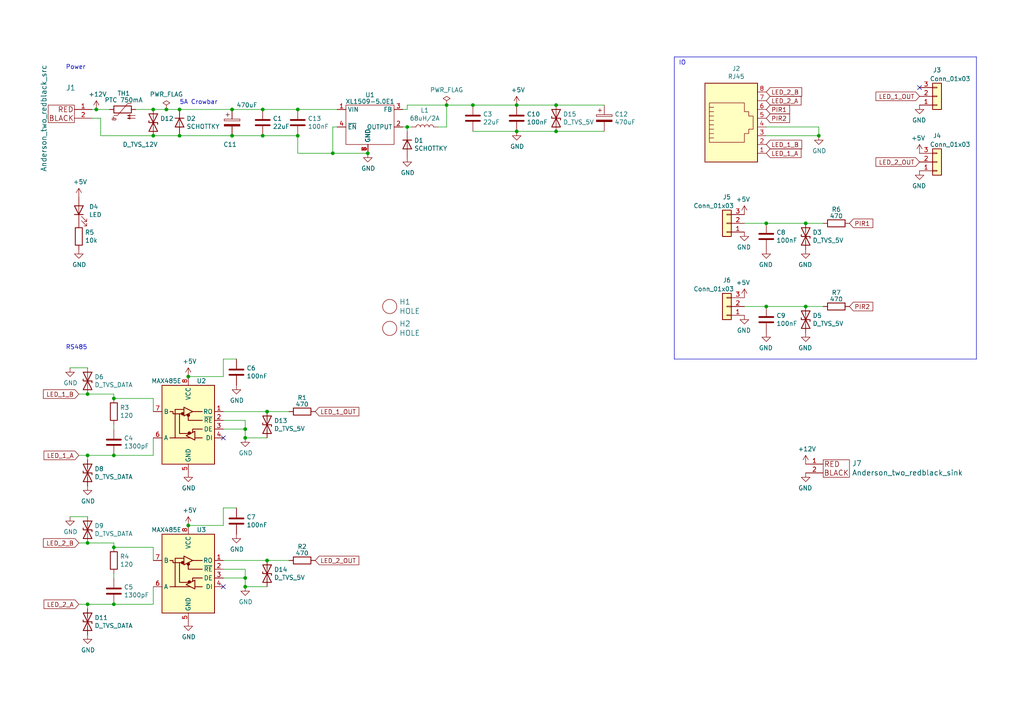
<source format=kicad_sch>
(kicad_sch (version 20230121) (generator eeschema)
  (paper "A4")
  (lib_symbols
    (symbol "Connector:RJ45" (pin_names (offset 1.016))
      (property "Reference" "J" (at -5.08 13.97 0))
      (property "Value" "RJ45" (at 2.54 13.97 0))
      (symbol "RJ45_0_1"
        (polyline (pts (xy -5.08 4.445) (xy -6.35 4.445)))
        (polyline (pts (xy -5.08 5.715) (xy -6.35 5.715)))
        (polyline (pts (xy -6.35 -3.175) (xy -5.08 -3.175) (xy -5.08 -3.175)))
        (polyline (pts (xy -6.35 -1.905) (xy -5.08 -1.905) (xy -5.08 -1.905)))
        (polyline (pts (xy -6.35 -0.635) (xy -5.08 -0.635) (xy -5.08 -0.635)))
        (polyline (pts (xy -6.35 0.635) (xy -5.08 0.635) (xy -5.08 0.635)))
        (polyline (pts (xy -6.35 1.905) (xy -5.08 1.905) (xy -5.08 1.905)))
        (polyline (pts (xy -5.08 3.175) (xy -6.35 3.175) (xy -6.35 3.175)))
        (polyline (pts (xy -6.35 -4.445) (xy -6.35 6.985) (xy 3.81 6.985) (xy 3.81 4.445) (xy 5.08 4.445) (xy 5.08 3.175) (xy 6.35 3.175) (xy 6.35 -0.635) (xy 5.08 -0.635) (xy 5.08 -1.905) (xy 3.81 -1.905) (xy 3.81 -4.445) (xy -6.35 -4.445) (xy -6.35 -4.445)))
        (rectangle (start 7.62 12.7) (end -7.62 -10.16) (stroke (width 0.254)) (fill (type background)))
      )
      (symbol "RJ45_1_1"
        (pin passive line (at 10.16 -7.62 180) (length 2.54) (name "~") (number "1"))
        (pin passive line (at 10.16 -5.08 180) (length 2.54) (name "~") (number "2"))
        (pin passive line (at 10.16 -2.54 180) (length 2.54) (name "~") (number "3"))
        (pin passive line (at 10.16 0 180) (length 2.54) (name "~") (number "4"))
        (pin passive line (at 10.16 2.54 180) (length 2.54) (name "~") (number "5"))
        (pin passive line (at 10.16 5.08 180) (length 2.54) (name "~") (number "6"))
        (pin passive line (at 10.16 7.62 180) (length 2.54) (name "~") (number "7"))
        (pin passive line (at 10.16 10.16 180) (length 2.54) (name "~") (number "8"))
      )
    )
    (symbol "Connector_Generic:Conn_01x03" (pin_names (offset 1.016) hide)
      (property "Reference" "J" (at 0 5.08 0))
      (property "Value" "Conn_01x03" (at 0 -5.08 0))
      (symbol "Conn_01x03_1_1"
        (rectangle (start -1.27 -2.413) (end 0 -2.667) (stroke (width 0.1524)))
        (rectangle (start -1.27 0.127) (end 0 -0.127) (stroke (width 0.1524)))
        (rectangle (start -1.27 2.667) (end 0 2.413) (stroke (width 0.1524)))
        (rectangle (start -1.27 3.81) (end 1.27 -3.81) (stroke (width 0.254)) (fill (type background)))
        (pin passive line (at -5.08 2.54 0) (length 3.81) (name "Pin_1") (number "1"))
        (pin passive line (at -5.08 0 0) (length 3.81) (name "Pin_2") (number "2"))
        (pin passive line (at -5.08 -2.54 0) (length 3.81) (name "Pin_3") (number "3"))
      )
    )
    (symbol "Device:C" (pin_numbers hide) (pin_names (offset 0.254))
      (property "Reference" "C" (at 0.635 2.54 0))
      (property "Value" "C" (at 0.635 -2.54 0))
      (symbol "C_0_1"
        (polyline (pts (xy -2.032 -0.762) (xy 2.032 -0.762)) (stroke (width 0.508)))
        (polyline (pts (xy -2.032 0.762) (xy 2.032 0.762)) (stroke (width 0.508)))
      )
      (symbol "C_1_1"
        (pin passive line (at 0 3.81 270) (length 2.794) (name "~") (number "1"))
        (pin passive line (at 0 -3.81 90) (length 2.794) (name "~") (number "2"))
      )
    )
    (symbol "Device:C_Polarized" (pin_numbers hide) (pin_names (offset 0.254))
      (property "Reference" "C" (at 0.635 2.54 0))
      (property "Value" "C_Polarized" (at 0.635 -2.54 0))
      (symbol "C_Polarized_0_1"
        (rectangle (start -2.286 0.508) (end 2.286 1.016))
        (polyline (pts (xy -1.778 2.286) (xy -0.762 2.286)))
        (polyline (pts (xy -1.27 2.794) (xy -1.27 1.778)))
        (rectangle (start 2.286 -0.508) (end -2.286 -1.016) (fill (type outline)))
      )
      (symbol "C_Polarized_1_1"
        (pin passive line (at 0 3.81 270) (length 2.794) (name "~") (number "1"))
        (pin passive line (at 0 -3.81 90) (length 2.794) (name "~") (number "2"))
      )
    )
    (symbol "Device:D" (pin_numbers hide) (pin_names (offset 1.016) hide)
      (property "Reference" "D" (at 0 2.54 0))
      (property "Value" "D" (at 0 -2.54 0))
      (symbol "D_0_1"
        (polyline (pts (xy -1.27 1.27) (xy -1.27 -1.27)) (stroke (width 0.254)))
        (polyline (pts (xy 1.27 0) (xy -1.27 0)))
        (polyline (pts (xy 1.27 1.27) (xy 1.27 -1.27) (xy -1.27 0) (xy 1.27 1.27)) (stroke (width 0.254)))
      )
      (symbol "D_1_1"
        (pin passive line (at -3.81 0 0) (length 2.54) (name "K") (number "1"))
        (pin passive line (at 3.81 0 180) (length 2.54) (name "A") (number "2"))
      )
    )
    (symbol "Device:D_TVS" (pin_numbers hide) (pin_names (offset 1.016) hide)
      (property "Reference" "D" (at 0 2.54 0))
      (property "Value" "D_TVS" (at 0 -2.54 0))
      (symbol "D_TVS_0_1"
        (polyline (pts (xy 1.27 0) (xy -1.27 0)))
        (polyline (pts (xy 0.508 1.27) (xy 0 1.27) (xy 0 -1.27) (xy -0.508 -1.27)) (stroke (width 0.254)))
        (polyline (pts (xy -2.54 1.27) (xy -2.54 -1.27) (xy 2.54 1.27) (xy 2.54 -1.27) (xy -2.54 1.27)) (stroke (width 0.254)))
      )
      (symbol "D_TVS_1_1"
        (pin passive line (at -3.81 0 0) (length 2.54) (name "A1") (number "1"))
        (pin passive line (at 3.81 0 180) (length 2.54) (name "A2") (number "2"))
      )
    )
    (symbol "Device:L" (pin_numbers hide) (pin_names (offset 1.016) hide)
      (property "Reference" "L" (at -1.27 0 90))
      (property "Value" "L" (at 1.905 0 90))
      (symbol "L_0_1"
        (arc (start 0 -2.54) (mid 0.6323 -1.905) (end 0 -1.27))
        (arc (start 0 -1.27) (mid 0.6323 -0.635) (end 0 0))
        (arc (start 0 0) (mid 0.6323 0.635) (end 0 1.27))
        (arc (start 0 1.27) (mid 0.6323 1.905) (end 0 2.54))
      )
      (symbol "L_1_1"
        (pin passive line (at 0 3.81 270) (length 1.27) (name "1") (number "1"))
        (pin passive line (at 0 -3.81 90) (length 1.27) (name "2") (number "2"))
      )
    )
    (symbol "Device:LED" (pin_numbers hide) (pin_names (offset 1.016) hide)
      (property "Reference" "D" (at 0 2.54 0))
      (property "Value" "LED" (at 0 -2.54 0))
      (symbol "LED_0_1"
        (polyline (pts (xy -1.27 -1.27) (xy -1.27 1.27)) (stroke (width 0.254)))
        (polyline (pts (xy -1.27 0) (xy 1.27 0)))
        (polyline (pts (xy 1.27 -1.27) (xy 1.27 1.27) (xy -1.27 0) (xy 1.27 -1.27)) (stroke (width 0.254)))
        (polyline (pts (xy -3.048 -0.762) (xy -4.572 -2.286) (xy -3.81 -2.286) (xy -4.572 -2.286) (xy -4.572 -1.524)))
        (polyline (pts (xy -1.778 -0.762) (xy -3.302 -2.286) (xy -2.54 -2.286) (xy -3.302 -2.286) (xy -3.302 -1.524)))
      )
      (symbol "LED_1_1"
        (pin passive line (at -3.81 0 0) (length 2.54) (name "K") (number "1"))
        (pin passive line (at 3.81 0 180) (length 2.54) (name "A") (number "2"))
      )
    )
    (symbol "Device:R" (pin_numbers hide) (pin_names (offset 0))
      (property "Reference" "R" (at 2.032 0 90))
      (property "Value" "R" (at 0 0 90))
      (symbol "R_0_1"
        (rectangle (start -1.016 -2.54) (end 1.016 2.54) (stroke (width 0.254)))
      )
      (symbol "R_1_1"
        (pin passive line (at 0 3.81 270) (length 1.27) (name "~") (number "1"))
        (pin passive line (at 0 -3.81 90) (length 1.27) (name "~") (number "2"))
      )
    )
    (symbol "Device:Thermistor_PTC" (pin_numbers hide) (pin_names (offset 0))
      (property "Reference" "TH" (at -4.064 0 90))
      (property "Value" "Thermistor_PTC" (at 3.048 0 90))
      (symbol "Thermistor_PTC_0_1"
        (arc (start -3.048 2.159) (mid -3.0495 2.3143) (end -3.175 2.413))
        (arc (start -3.048 2.159) (mid -2.9736 1.9794) (end -2.794 1.905))
        (arc (start -3.048 2.794) (mid -2.9736 2.6144) (end -2.794 2.54))
        (arc (start -2.794 1.905) (mid -2.6144 1.9794) (end -2.54 2.159))
        (arc (start -2.794 2.54) (mid -2.4393 2.5587) (end -2.159 2.794))
        (arc (start -2.794 3.048) (mid -2.9736 2.9736) (end -3.048 2.794))
        (arc (start -2.54 2.794) (mid -2.6144 2.9736) (end -2.794 3.048))
        (rectangle (start -1.016 2.54) (end 1.016 -2.54) (stroke (width 0.254)))
        (polyline (pts (xy -2.54 2.159) (xy -2.54 2.794)))
        (polyline (pts (xy -1.778 2.54) (xy -1.778 1.524) (xy 1.778 -1.524) (xy 1.778 -2.54)))
        (polyline (pts (xy -2.54 -3.683) (xy -2.54 -1.397) (xy -2.794 -2.159) (xy -2.286 -2.159) (xy -2.54 -1.397) (xy -2.54 -1.651)) (fill (type outline)))
        (polyline (pts (xy -1.778 -3.683) (xy -1.778 -1.397) (xy -2.032 -2.159) (xy -1.524 -2.159) (xy -1.778 -1.397) (xy -1.778 -1.651)) (fill (type outline)))
      )
      (symbol "Thermistor_PTC_1_1"
        (pin passive line (at 0 3.81 270) (length 1.27) (name "~") (number "1"))
        (pin passive line (at 0 -3.81 90) (length 1.27) (name "~") (number "2"))
      )
    )
    (symbol "Homebrew:Anderson_two_redblack_sink" (pin_names (offset 1.016))
      (property "Reference" "J" (at 0 -3.81 0))
      (property "Value" "Anderson_two_redblack_sink" (at 0 3.81 0))
      (symbol "Anderson_two_redblack_sink_0_0"
        (text "BLACK" (at 0 -1.27 0) (effects (font (size 1.524 1.524))))
        (text "RED" (at -1.27 1.27 0) (effects (font (size 1.524 1.524))))
      )
      (symbol "Anderson_two_redblack_sink_0_1"
        (rectangle (start -3.81 2.54) (end 3.81 -2.54))
      )
      (symbol "Anderson_two_redblack_sink_1_1"
        (pin power_in line (at -8.89 1.27 0) (length 5.08) (name "~") (number "1"))
        (pin power_in line (at -8.89 -1.27 0) (length 5.08) (name "~") (number "2"))
      )
    )
    (symbol "Homebrew:Anderson_two_redblack_src" (pin_names (offset 1.016))
      (property "Reference" "J" (at 0 -3.81 0))
      (property "Value" "Anderson_two_redblack_src" (at 0 3.81 0))
      (symbol "Anderson_two_redblack_src_0_0"
        (text "BLACK" (at 0 -1.27 0) (effects (font (size 1.524 1.524))))
        (text "RED" (at -1.27 1.27 0) (effects (font (size 1.524 1.524))))
      )
      (symbol "Anderson_two_redblack_src_0_1"
        (rectangle (start -3.81 2.54) (end 3.81 -2.54))
      )
      (symbol "Anderson_two_redblack_src_1_1"
        (pin power_out line (at -8.89 1.27 0) (length 5.08) (name "~") (number "1"))
        (pin power_out line (at -8.89 -1.27 0) (length 5.08) (name "~") (number "2"))
      )
    )
    (symbol "Homebrew:HOLE" (pin_names (offset 1.016))
      (property "Reference" "H" (at 0 -3.302 0))
      (property "Value" "HOLE" (at 0 3.048 0))
      (symbol "HOLE_0_1"
        (circle (center 0 0) (radius 2.0574))
      )
    )
    (symbol "Homebrew:XL1509-5.0E1"
      (property "Reference" "U" (at 5.08 -8.89 0))
      (property "Value" "XL1509-5.0E1" (at 0 5.08 0))
      (symbol "XL1509-5.0E1_0_1"
        (rectangle (start -5.08 3.81) (end 8.89 -7.62) (stroke (width 0.1524)))
      )
      (symbol "XL1509-5.0E1_1_1"
        (pin power_in line (at -7.62 2.54 0) (length 2.54) (name "VIN") (number "1"))
        (pin input line (at 11.43 -2.54 180) (length 2.54) (name "OUTPUT") (number "2"))
        (pin input line (at 11.43 2.54 180) (length 2.54) (name "FB") (number "3"))
        (pin input line (at -7.62 -2.54 0) (length 2.54) (name "~{EN}") (number "4"))
        (pin power_in line (at 1.27 -10.16 90) (length 2.54) (name "GND") (number "5"))
        (pin power_in line (at 1.27 -10.16 90) (length 2.54) (name "GND") (number "6"))
        (pin power_in line (at 1.27 -10.16 90) (length 2.54) (name "GND") (number "7"))
        (pin power_in line (at 1.27 -10.16 90) (length 2.54) (name "GND") (number "8"))
      )
    )
    (symbol "Interface_UART:MAX485E"
      (property "Reference" "U" (at -6.096 11.43 0))
      (property "Value" "MAX485E" (at 0.762 11.43 0))
      (symbol "MAX485E_0_1"
        (rectangle (start -7.62 10.16) (end 7.62 -12.7) (stroke (width 0.254)) (fill (type background)))
        (circle (center -0.3048 -3.683) (radius 0.3556) (stroke (width 0.254)) (fill (type outline)))
        (circle (center -0.0254 1.4986) (radius 0.3556) (stroke (width 0.254)) (fill (type outline)))
        (polyline (pts (xy -4.064 -5.08) (xy -1.905 -5.08)) (stroke (width 0.254)))
        (polyline (pts (xy -4.064 2.54) (xy -1.27 2.54)) (stroke (width 0.254)))
        (polyline (pts (xy -1.27 -3.2004) (xy -1.27 -3.4544)) (stroke (width 0.254)))
        (polyline (pts (xy -0.635 -5.08) (xy 5.334 -5.08)) (stroke (width 0.254)))
        (polyline (pts (xy -4.064 -2.54) (xy -1.27 -2.54) (xy -1.27 -3.175)) (stroke (width 0.254)))
        (polyline (pts (xy 0 1.27) (xy 0 0) (xy -4.064 0)) (stroke (width 0.254)))
        (polyline (pts (xy 1.27 3.175) (xy 3.81 3.175) (xy 3.81 -5.08)) (stroke (width 0.254)))
        (polyline (pts (xy 2.54 1.905) (xy 2.54 -3.81) (xy 0 -3.81)) (stroke (width 0.254)))
        (polyline (pts (xy -1.905 -3.175) (xy -1.905 -5.715) (xy 0.635 -4.445) (xy -1.905 -3.175)) (stroke (width 0.254)))
        (polyline (pts (xy -1.27 2.54) (xy 1.27 3.81) (xy 1.27 1.27) (xy -1.27 2.54)) (stroke (width 0.254)))
        (polyline (pts (xy 1.905 1.905) (xy 4.445 1.905) (xy 4.445 2.54) (xy 5.334 2.54)) (stroke (width 0.254)))
        (rectangle (start 1.27 3.175) (end 1.27 3.175))
        (circle (center 1.651 1.905) (radius 0.3556) (stroke (width 0.254)) (fill (type outline)))
      )
      (symbol "MAX485E_1_1"
        (pin output line (at -10.16 2.54 0) (length 2.54) (name "RO") (number "1"))
        (pin input line (at -10.16 0 0) (length 2.54) (name "~{RE}") (number "2"))
        (pin input line (at -10.16 -2.54 0) (length 2.54) (name "DE") (number "3"))
        (pin input line (at -10.16 -5.08 0) (length 2.54) (name "DI") (number "4"))
        (pin power_in line (at 0 -15.24 90) (length 2.54) (name "GND") (number "5"))
        (pin bidirectional line (at 10.16 -5.08 180) (length 2.54) (name "A") (number "6"))
        (pin bidirectional line (at 10.16 2.54 180) (length 2.54) (name "B") (number "7"))
        (pin power_in line (at 0 12.7 270) (length 2.54) (name "VCC") (number "8"))
      )
    )
    (symbol "power:+12V" (power) (pin_names (offset 0))
      (property "Value" "+12V" (at 0 3.556 0))
      (symbol "+12V_0_1"
        (polyline (pts (xy -0.762 1.27) (xy 0 2.54)))
        (polyline (pts (xy 0 0) (xy 0 2.54)))
        (polyline (pts (xy 0 2.54) (xy 0.762 1.27)))
      )
      (symbol "+12V_1_1"
        (pin power_in line (at 0 0 90) (length 0) hide (name "+12V") (number "1"))
      )
    )
    (symbol "power:+5V" (power) (pin_names (offset 0))
      (property "Value" "+5V" (at 0 3.556 0))
      (symbol "+5V_0_1"
        (polyline (pts (xy -0.762 1.27) (xy 0 2.54)))
        (polyline (pts (xy 0 0) (xy 0 2.54)))
        (polyline (pts (xy 0 2.54) (xy 0.762 1.27)))
      )
      (symbol "+5V_1_1"
        (pin power_in line (at 0 0 90) (length 0) hide (name "+5V") (number "1"))
      )
    )
    (symbol "power:GND" (power) (pin_names (offset 0))
      (property "Value" "GND" (at 0 -3.81 0))
      (symbol "GND_0_1"
        (polyline (pts (xy 0 0) (xy 0 -1.27) (xy 1.27 -1.27) (xy 0 -2.54) (xy -1.27 -1.27) (xy 0 -1.27)))
      )
      (symbol "GND_1_1"
        (pin power_in line (at 0 0 270) (length 0) hide (name "GND") (number "1"))
      )
    )
    (symbol "power:PWR_FLAG" (power) (pin_numbers hide) (pin_names (offset 0) hide)
      (property "Value" "PWR_FLAG" (at 0 3.81 0))
      (symbol "PWR_FLAG_0_0"
        (pin power_out line (at 0 0 90) (length 0) (name "pwr") (number "1"))
      )
      (symbol "PWR_FLAG_0_1"
        (polyline (pts (xy 0 0) (xy 0 1.27) (xy -1.016 1.905) (xy 0 2.54) (xy 1.016 1.905) (xy 0 1.27)))
      )
    )
  )
  (junction (at 25.4 114.3))
  (junction (at 222.25 88.9))
  (junction (at 161.29 38.1))
  (junction (at 86.36 31.75))
  (junction (at 71.12 124.46))
  (junction (at 77.47 119.38))
  (junction (at 106.68 44.45))
  (junction (at 71.12 127))
  (junction (at 67.31 39.37))
  (junction (at 27.94 31.75))
  (junction (at 33.02 175.26))
  (junction (at 77.47 162.56))
  (junction (at 33.02 132.08))
  (junction (at 137.16 30.48))
  (junction (at 67.31 31.75))
  (junction (at 44.45 31.75))
  (junction (at 86.36 39.37))
  (junction (at 71.12 167.64))
  (junction (at 48.26 31.75))
  (junction (at 129.54 30.48))
  (junction (at 233.68 64.77))
  (junction (at 233.68 88.9))
  (junction (at 222.25 64.77))
  (junction (at 52.07 31.75))
  (junction (at 25.4 132.08))
  (junction (at 149.86 30.48))
  (junction (at 33.02 115.57))
  (junction (at 76.2 31.75))
  (junction (at 25.4 175.26))
  (junction (at 25.4 157.48))
  (junction (at 54.61 109.22))
  (junction (at 71.12 170.18))
  (junction (at 33.02 158.75))
  (junction (at 161.29 30.48))
  (junction (at 237.49 39.37))
  (junction (at 76.2 39.37))
  (junction (at 149.86 38.1))
  (junction (at 118.11 36.83))
  (junction (at 44.45 39.37))
  (junction (at 54.61 152.4))
  (junction (at 52.07 39.37))
  (junction (at 96.52 44.45))
  (no_connect (at 266.7 25.4))
  (no_connect (at 64.77 170.18))
  (no_connect (at 64.77 127))
  (wire (pts (xy 71.12 170.18) (xy 71.12 167.64)))
  (wire (pts (xy 64.77 121.92) (xy 71.12 121.92)))
  (wire (pts (xy 118.11 36.83) (xy 118.11 38.1)))
  (wire (pts (xy 222.25 88.9) (xy 233.68 88.9)))
  (wire (pts (xy 54.61 109.22) (xy 64.77 109.22)))
  (wire (pts (xy 237.49 39.37) (xy 222.25 39.37)))
  (wire (pts (xy 106.68 44.45) (xy 96.52 44.45)))
  (wire (pts (xy 20.32 106.68) (xy 25.4 106.68)))
  (wire (pts (xy 96.52 36.83) (xy 96.52 44.45)))
  (wire (pts (xy 77.47 170.18) (xy 71.12 170.18)))
  (wire (pts (xy 238.76 64.77) (xy 233.68 64.77)))
  (wire (pts (xy 25.4 176.53) (xy 25.4 175.26)))
  (wire (pts (xy 22.86 175.26) (xy 25.4 175.26)))
  (wire (pts (xy 26.67 34.29) (xy 29.21 34.29)))
  (wire (pts (xy 64.77 109.22) (xy 64.77 104.14)))
  (wire (pts (xy 52.07 31.75) (xy 67.31 31.75)))
  (wire (pts (xy 71.12 127) (xy 71.12 124.46)))
  (wire (pts (xy 149.86 38.1) (xy 137.16 38.1)))
  (wire (pts (xy 161.29 38.1) (xy 149.86 38.1)))
  (wire (pts (xy 52.07 39.37) (xy 67.31 39.37)))
  (wire (pts (xy 71.12 167.64) (xy 64.77 167.64)))
  (wire (pts (xy 22.86 132.08) (xy 25.4 132.08)))
  (wire (pts (xy 25.4 175.26) (xy 33.02 175.26)))
  (wire (pts (xy 77.47 162.56) (xy 83.82 162.56)))
  (wire (pts (xy 64.77 104.14) (xy 68.58 104.14)))
  (wire (pts (xy 118.11 36.83) (xy 119.38 36.83)))
  (wire (pts (xy 149.86 30.48) (xy 161.29 30.48)))
  (wire (pts (xy 118.11 30.48) (xy 129.54 30.48)))
  (wire (pts (xy 137.16 30.48) (xy 149.86 30.48)))
  (wire (pts (xy 96.52 44.45) (xy 86.36 44.45)))
  (wire (pts (xy 44.45 39.37) (xy 52.07 39.37)))
  (wire (pts (xy 175.26 30.48) (xy 161.29 30.48)))
  (wire (pts (xy 222.25 88.9) (xy 215.9 88.9)))
  (wire (pts (xy 33.02 115.57) (xy 33.02 114.3)))
  (wire (pts (xy 86.36 31.75) (xy 97.79 31.75)))
  (wire (pts (xy 44.45 119.38) (xy 44.45 115.57)))
  (wire (pts (xy 22.86 114.3) (xy 25.4 114.3)))
  (wire (pts (xy 71.12 165.1) (xy 71.12 167.64)))
  (wire (pts (xy 76.2 31.75) (xy 86.36 31.75)))
  (wire (pts (xy 33.02 158.75) (xy 33.02 157.48)))
  (wire (pts (xy 129.54 36.83) (xy 129.54 30.48)))
  (wire (pts (xy 71.12 124.46) (xy 64.77 124.46)))
  (wire (pts (xy 64.77 162.56) (xy 77.47 162.56)))
  (wire (pts (xy 222.25 64.77) (xy 215.9 64.77)))
  (wire (pts (xy 118.11 31.75) (xy 118.11 30.48)))
  (wire (pts (xy 29.21 34.29) (xy 29.21 39.37)))
  (polyline (pts (xy 195.58 16.51) (xy 195.58 104.14)))
  (wire (pts (xy 44.45 115.57) (xy 33.02 115.57)))
  (wire (pts (xy 67.31 31.75) (xy 76.2 31.75)))
  (wire (pts (xy 39.37 31.75) (xy 44.45 31.75)))
  (wire (pts (xy 96.52 36.83) (xy 97.79 36.83)))
  (wire (pts (xy 76.2 39.37) (xy 86.36 39.37)))
  (wire (pts (xy 222.25 36.83) (xy 237.49 36.83)))
  (wire (pts (xy 44.45 158.75) (xy 33.02 158.75)))
  (wire (pts (xy 238.76 88.9) (xy 233.68 88.9)))
  (wire (pts (xy 44.45 132.08) (xy 44.45 127)))
  (wire (pts (xy 33.02 175.26) (xy 44.45 175.26)))
  (wire (pts (xy 175.26 38.1) (xy 161.29 38.1)))
  (wire (pts (xy 29.21 39.37) (xy 44.45 39.37)))
  (wire (pts (xy 67.31 39.37) (xy 76.2 39.37)))
  (wire (pts (xy 44.45 31.75) (xy 48.26 31.75)))
  (wire (pts (xy 129.54 30.48) (xy 137.16 30.48)))
  (wire (pts (xy 25.4 114.3) (xy 33.02 114.3)))
  (wire (pts (xy 71.12 121.92) (xy 71.12 124.46)))
  (wire (pts (xy 44.45 175.26) (xy 44.45 170.18)))
  (wire (pts (xy 77.47 127) (xy 71.12 127)))
  (polyline (pts (xy 195.58 16.51) (xy 283.21 16.51)))
  (wire (pts (xy 33.02 123.19) (xy 33.02 124.46)))
  (wire (pts (xy 64.77 147.32) (xy 68.58 147.32)))
  (wire (pts (xy 33.02 166.37) (xy 33.02 167.64)))
  (wire (pts (xy 27.94 31.75) (xy 31.75 31.75)))
  (wire (pts (xy 20.32 149.86) (xy 25.4 149.86)))
  (wire (pts (xy 77.47 119.38) (xy 64.77 119.38)))
  (wire (pts (xy 26.67 31.75) (xy 27.94 31.75)))
  (wire (pts (xy 86.36 39.37) (xy 86.36 44.45)))
  (wire (pts (xy 83.82 119.38) (xy 77.47 119.38)))
  (wire (pts (xy 64.77 165.1) (xy 71.12 165.1)))
  (wire (pts (xy 64.77 152.4) (xy 64.77 147.32)))
  (polyline (pts (xy 283.21 16.51) (xy 283.21 104.14)))
  (wire (pts (xy 25.4 132.08) (xy 33.02 132.08)))
  (wire (pts (xy 48.26 31.75) (xy 52.07 31.75)))
  (wire (pts (xy 54.61 152.4) (xy 64.77 152.4)))
  (wire (pts (xy 25.4 133.35) (xy 25.4 132.08)))
  (wire (pts (xy 127 36.83) (xy 129.54 36.83)))
  (wire (pts (xy 116.84 36.83) (xy 118.11 36.83)))
  (wire (pts (xy 116.84 31.75) (xy 118.11 31.75)))
  (wire (pts (xy 33.02 132.08) (xy 44.45 132.08)))
  (wire (pts (xy 44.45 162.56) (xy 44.45 158.75)))
  (wire (pts (xy 237.49 36.83) (xy 237.49 39.37)))
  (polyline (pts (xy 283.21 104.14) (xy 195.58 104.14)))
  (wire (pts (xy 25.4 157.48) (xy 33.02 157.48)))
  (wire (pts (xy 22.86 157.48) (xy 25.4 157.48)))
  (wire (pts (xy 222.25 64.77) (xy 233.68 64.77)))
  (text "IO" (at 196.85 19.05 0) (effects (font (size 1.27 1.27)) (justify left bottom)))
  (text "Power" (at 19.05 20.32 0) (effects (font (size 1.27 1.27)) (justify left bottom)))
  (text "5A Crowbar" (at 52.07 30.48 0) (effects (font (size 1.27 1.27)) (justify left bottom)))
  (text "RS485" (at 19.05 101.6 0) (effects (font (size 1.27 1.27)) (justify left bottom)))
  (global_label "LED_1_OUT" (shape input) (at 266.7 27.94 180) (property "Intersheetrefs" "${INTERSHEET_REFS}" (effects hide)))
  (global_label "LED_1_OUT" (shape input) (at 91.44 119.38 0) (property "Intersheetrefs" "${INTERSHEET_REFS}" (effects hide)))
  (global_label "LED_1_A" (shape input) (at 22.86 132.08 180) (property "Intersheetrefs" "${INTERSHEET_REFS}" (effects hide)))
  (global_label "PIR2" (shape input) (at 246.38 88.9 0) (property "Intersheetrefs" "${INTERSHEET_REFS}" (effects hide)))
  (global_label "LED_1_B" (shape input) (at 22.86 114.3 180) (property "Intersheetrefs" "${INTERSHEET_REFS}" (effects hide)))
  (global_label "LED_1_B" (shape input) (at 222.25 41.91 0) (property "Intersheetrefs" "${INTERSHEET_REFS}" (effects hide)))
  (global_label "LED_2_B" (shape input) (at 222.25 26.67 0) (property "Intersheetrefs" "${INTERSHEET_REFS}" (effects hide)))
  (global_label "LED_2_OUT" (shape input) (at 91.44 162.56 0) (property "Intersheetrefs" "${INTERSHEET_REFS}" (effects hide)))
  (global_label "PIR1" (shape input) (at 222.25 31.75 0) (property "Intersheetrefs" "${INTERSHEET_REFS}" (effects hide)))
  (global_label "PIR1" (shape input) (at 246.38 64.77 0) (property "Intersheetrefs" "${INTERSHEET_REFS}" (effects hide)))
  (global_label "LED_2_A" (shape input) (at 22.86 175.26 180) (property "Intersheetrefs" "${INTERSHEET_REFS}" (effects hide)))
  (global_label "LED_1_A" (shape input) (at 222.25 44.45 0) (property "Intersheetrefs" "${INTERSHEET_REFS}" (effects hide)))
  (global_label "LED_2_OUT" (shape input) (at 266.7 46.99 180) (property "Intersheetrefs" "${INTERSHEET_REFS}" (effects hide)))
  (global_label "LED_2_A" (shape input) (at 222.25 29.21 0) (property "Intersheetrefs" "${INTERSHEET_REFS}" (effects hide)))
  (global_label "LED_2_B" (shape input) (at 22.86 157.48 180) (property "Intersheetrefs" "${INTERSHEET_REFS}" (effects hide)))
  (global_label "PIR2" (shape input) (at 222.25 34.29 0) (property "Intersheetrefs" "${INTERSHEET_REFS}" (effects hide)))
  (symbol (lib_id "power:GND") (at 106.68 44.45 0) (unit 1)
    (property "Reference" "#PWR0101" (effects hide))
    (property "Value" "GND" (at 106.807 48.8442 0))
  )
  (symbol (lib_id "Device:D") (at 118.11 41.91 270) (unit 1)
    (property "Reference" "D1" (at 120.1166 40.7416 90) (effects (justify left)))
    (property "Value" "SCHOTTKY" (at 120.1166 43.053 90) (effects (justify left)))
    (property "Footprint" "Diode_SMD:D_SMA" (effects hide))
    (property "LCSC" "C22452" (effects hide))
  )
  (symbol (lib_id "Device:L") (at 123.19 36.83 90) (unit 1)
    (property "Reference" "L1" (at 123.19 32.004 90))
    (property "Value" "68uH/2A" (at 123.19 34.3154 90))
    (property "Footprint" "Homebrew:L_PROD-Tech_PSPMAA0805" (effects hide))
    (property "LCSC" "C2962891" (effects hide))
  )
  (symbol (lib_id "power:GND") (at 118.11 45.72 0) (unit 1)
    (property "Reference" "#PWR0102" (effects hide))
    (property "Value" "GND" (at 118.237 50.1142 0))
  )
  (symbol (lib_id "Device:C") (at 137.16 34.29 0) (unit 1)
    (property "Reference" "C3" (at 140.081 33.1216 0) (effects (justify left)))
    (property "Value" "22uF" (at 140.081 35.433 0) (effects (justify left)))
    (property "Footprint" "Capacitor_SMD:C_0805_2012Metric" (effects hide))
    (property "MPN" "LMK212BBJ226MG-T" (effects hide))
    (property "LCSC" "C45783" (effects hide))
  )
  (symbol (lib_id "power:GND") (at 149.86 38.1 0) (unit 1)
    (property "Reference" "#PWR0104" (effects hide))
    (property "Value" "GND" (at 149.987 42.4942 0))
  )
  (symbol (lib_id "power:+5V") (at 149.86 30.48 0) (unit 1)
    (property "Reference" "#PWR0105" (effects hide))
    (property "Value" "+5V" (at 150.241 26.0858 0))
  )
  (symbol (lib_id "power:PWR_FLAG") (at 129.54 30.48 0) (unit 1)
    (property "Reference" "#FLG0102" (effects hide))
    (property "Value" "PWR_FLAG" (at 129.54 26.0858 0))
  )
  (symbol (lib_id "Homebrew:Anderson_two_redblack_src") (at 17.78 33.02 0) (mirror y) (unit 1)
    (property "Reference" "J1" (at 20.5232 25.4762 0) (effects (font (size 1.524 1.524))))
    (property "Value" "Anderson_two_redblack_src" (at 12.7 34.29 90) (effects (font (size 1.524 1.524))))
  )
  (symbol (lib_id "Connector:RJ45") (at 212.09 36.83 0) (unit 1)
    (property "Reference" "J2" (at 213.5378 19.8882 0))
    (property "Value" "RJ45" (at 213.5378 22.1996 0))
    (property "Footprint" "Connector_RJ:RJ45_Amphenol_54602-x08_Horizontal" (effects hide))
    (property "MPN" "54601-908WPLF" (effects hide))
  )
  (symbol (lib_id "Interface_UART:MAX485E") (at 54.61 121.92 0) (mirror y) (unit 1)
    (property "Reference" "U2" (at 58.42 110.49 0))
    (property "Value" "MAX485E" (at 48.26 110.49 0))
    (property "Footprint" "Package_SO:SOIC-8_3.9x4.9mm_P1.27mm" (effects hide))
    (property "Datasheet" "https://datasheets.maximintegrated.com/en/ds/MAX1487E-MAX491E.pdf" (effects hide))
    (property "MPN" "SP485ECN-L/TR" (effects hide))
    (property "LCSC" "C916163" (effects hide))
  )
  (symbol (lib_id "Device:R") (at 33.02 119.38 0) (unit 1)
    (property "Reference" "R3" (at 34.798 118.2116 0) (effects (justify left)))
    (property "Value" "120" (at 34.798 120.523 0) (effects (justify left)))
    (property "Footprint" "Resistor_SMD:R_0603_1608Metric" (effects hide))
    (property "MPN" "RMCF0603JG120R" (effects hide))
    (property "LCSC" "C22787" (effects hide))
  )
  (symbol (lib_id "Device:C") (at 33.02 128.27 0) (unit 1)
    (property "Reference" "C4" (at 35.941 127.1016 0) (effects (justify left)))
    (property "Value" "1300pF" (at 35.941 129.413 0) (effects (justify left)))
    (property "Footprint" "Capacitor_SMD:C_0603_1608Metric" (effects hide))
    (property "MPN" "CL10B122KB8NNNC" (effects hide))
    (property "LCSC" "C1595" (effects hide))
  )
  (symbol (lib_id "power:GND") (at 54.61 137.16 0) (unit 1)
    (property "Reference" "#PWR0106" (effects hide))
    (property "Value" "GND" (at 54.737 141.5542 0))
  )
  (symbol (lib_id "power:+5V") (at 54.61 109.22 0) (unit 1)
    (property "Reference" "#PWR0107" (effects hide))
    (property "Value" "+5V" (at 54.991 104.8258 0))
  )
  (symbol (lib_id "Device:C") (at 68.58 107.95 0) (unit 1)
    (property "Reference" "C6" (at 71.501 106.7816 0) (effects (justify left)))
    (property "Value" "100nF" (at 71.501 109.093 0) (effects (justify left)))
    (property "Footprint" "Capacitor_SMD:C_0402_1005Metric" (effects hide))
    (property "LCSC" "C307331" (effects hide))
  )
  (symbol (lib_id "power:GND") (at 68.58 111.76 0) (unit 1)
    (property "Reference" "#PWR0108" (effects hide))
    (property "Value" "GND" (at 68.707 116.1542 0))
  )
  (symbol (lib_id "power:GND") (at 71.12 127 0) (unit 1)
    (property "Reference" "#PWR0109" (effects hide))
    (property "Value" "GND" (at 71.247 131.3942 0))
  )
  (symbol (lib_id "Interface_UART:MAX485E") (at 54.61 165.1 0) (mirror y) (unit 1)
    (property "Reference" "U3" (at 58.42 153.67 0))
    (property "Value" "MAX485E" (at 48.26 153.67 0))
    (property "Footprint" "Package_SO:SOIC-8_3.9x4.9mm_P1.27mm" (effects hide))
    (property "Datasheet" "https://datasheets.maximintegrated.com/en/ds/MAX1487E-MAX491E.pdf" (effects hide))
    (property "MPN" "SP485ECN-L/TR" (effects hide))
    (property "LCSC" "C916163" (effects hide))
  )
  (symbol (lib_id "Device:R") (at 33.02 162.56 0) (unit 1)
    (property "Reference" "R4" (at 34.798 161.3916 0) (effects (justify left)))
    (property "Value" "120" (at 34.798 163.703 0) (effects (justify left)))
    (property "Footprint" "Resistor_SMD:R_0603_1608Metric" (effects hide))
    (property "MPN" "RMCF0603JG120R" (effects hide))
    (property "LCSC" "C22787" (effects hide))
  )
  (symbol (lib_id "Device:C") (at 33.02 171.45 0) (unit 1)
    (property "Reference" "C5" (at 35.941 170.2816 0) (effects (justify left)))
    (property "Value" "1300pF" (at 35.941 172.593 0) (effects (justify left)))
    (property "Footprint" "Capacitor_SMD:C_0603_1608Metric" (effects hide))
    (property "MPN" "CL10B122KB8NNNC" (effects hide))
    (property "LCSC" "C1595" (effects hide))
  )
  (symbol (lib_id "power:GND") (at 54.61 180.34 0) (unit 1)
    (property "Reference" "#PWR0110" (effects hide))
    (property "Value" "GND" (at 54.737 184.7342 0))
  )
  (symbol (lib_id "power:+5V") (at 54.61 152.4 0) (unit 1)
    (property "Reference" "#PWR0111" (effects hide))
    (property "Value" "+5V" (at 54.991 148.0058 0))
  )
  (symbol (lib_id "power:GND") (at 68.58 154.94 0) (unit 1)
    (property "Reference" "#PWR0112" (effects hide))
    (property "Value" "GND" (at 68.707 159.3342 0))
  )
  (symbol (lib_id "Device:C") (at 68.58 151.13 0) (unit 1)
    (property "Reference" "C7" (at 71.501 149.9616 0) (effects (justify left)))
    (property "Value" "100nF" (at 71.501 152.273 0) (effects (justify left)))
    (property "Footprint" "Capacitor_SMD:C_0402_1005Metric" (effects hide))
    (property "LCSC" "C307331" (effects hide))
  )
  (symbol (lib_id "power:GND") (at 71.12 170.18 0) (unit 1)
    (property "Reference" "#PWR0113" (effects hide))
    (property "Value" "GND" (at 71.247 174.5742 0))
  )
  (symbol (lib_id "power:GND") (at 237.49 39.37 0) (unit 1)
    (property "Reference" "#PWR0114" (effects hide))
    (property "Value" "GND" (at 237.617 43.7642 0))
  )
  (symbol (lib_id "Connector_Generic:Conn_01x03") (at 271.78 46.99 0) (mirror x) (unit 1)
    (property "Reference" "J4" (at 271.78 39.37 0))
    (property "Value" "Conn_01x03" (at 275.59 41.91 0))
    (property "Footprint" "Connector_PinHeader_2.54mm:PinHeader_1x03_P2.54mm_Horizontal" (effects hide))
    (property "MPN" "78208-103HLF" (effects hide))
  )
  (symbol (lib_id "power:GND") (at 266.7 30.48 0) (mirror y) (unit 1)
    (property "Reference" "#PWR0115" (effects hide))
    (property "Value" "GND" (at 266.573 34.8742 0))
  )
  (symbol (lib_id "power:GND") (at 266.7 49.53 0) (mirror y) (unit 1)
    (property "Reference" "#PWR0116" (effects hide))
    (property "Value" "GND" (at 266.573 53.9242 0))
  )
  (symbol (lib_id "power:+5V") (at 266.7 44.45 0) (mirror y) (unit 1)
    (property "Reference" "#PWR0117" (effects hide))
    (property "Value" "+5V" (at 266.319 40.0558 0))
  )
  (symbol (lib_id "Connector_Generic:Conn_01x03") (at 210.82 64.77 180) (unit 1)
    (property "Reference" "J5" (at 210.82 57.15 0))
    (property "Value" "Conn_01x03" (at 207.01 59.69 0))
    (property "Footprint" "Connector_PinHeader_2.54mm:PinHeader_1x03_P2.54mm_Horizontal" (effects hide))
    (property "MPN" "78208-103HLF" (effects hide))
  )
  (symbol (lib_id "power:GND") (at 215.9 67.31 0) (mirror y) (unit 1)
    (property "Reference" "#PWR0118" (effects hide))
    (property "Value" "GND" (at 215.773 71.7042 0))
  )
  (symbol (lib_id "power:+5V") (at 215.9 62.23 0) (mirror y) (unit 1)
    (property "Reference" "#PWR0119" (effects hide))
    (property "Value" "+5V" (at 215.519 57.8358 0))
  )
  (symbol (lib_id "Connector_Generic:Conn_01x03") (at 210.82 88.9 180) (unit 1)
    (property "Reference" "J6" (at 210.82 81.28 0))
    (property "Value" "Conn_01x03" (at 207.01 83.82 0))
    (property "Footprint" "Connector_PinHeader_2.54mm:PinHeader_1x03_P2.54mm_Horizontal" (effects hide))
    (property "MPN" "78208-103HLF" (effects hide))
  )
  (symbol (lib_id "power:GND") (at 215.9 91.44 0) (mirror y) (unit 1)
    (property "Reference" "#PWR0122" (effects hide))
    (property "Value" "GND" (at 215.773 95.8342 0))
  )
  (symbol (lib_id "power:+5V") (at 215.9 86.36 0) (mirror y) (unit 1)
    (property "Reference" "#PWR0123" (effects hide))
    (property "Value" "+5V" (at 215.519 81.9658 0))
  )
  (symbol (lib_id "Device:C") (at 222.25 92.71 0) (unit 1)
    (property "Reference" "C9" (at 225.171 91.5416 0) (effects (justify left)))
    (property "Value" "100nF" (at 225.171 93.853 0) (effects (justify left)))
    (property "Footprint" "Capacitor_SMD:C_0402_1005Metric" (effects hide))
    (property "LCSC" "C307331" (effects hide))
  )
  (symbol (lib_id "power:GND") (at 222.25 96.52 0) (mirror y) (unit 1)
    (property "Reference" "#PWR0124" (effects hide))
    (property "Value" "GND" (at 222.123 100.9142 0))
  )
  (symbol (lib_id "Device:D_TVS") (at 233.68 92.71 270) (unit 1)
    (property "Reference" "D5" (at 235.6866 91.5416 90) (effects (justify left)))
    (property "Value" "D_TVS_5V" (at 235.6866 93.853 90) (effects (justify left)))
    (property "Footprint" "Diode_SMD:D_SMB" (effects hide))
    (property "MPN" "SMBJ6.0CD-M3/H" (effects hide))
    (property "LCSC" "C78395" (effects hide))
  )
  (symbol (lib_id "power:GND") (at 233.68 96.52 0) (mirror y) (unit 1)
    (property "Reference" "#PWR0125" (effects hide))
    (property "Value" "GND" (at 233.553 100.9142 0))
  )
  (symbol (lib_id "Device:C") (at 222.25 68.58 0) (unit 1)
    (property "Reference" "C8" (at 225.171 67.4116 0) (effects (justify left)))
    (property "Value" "100nF" (at 225.171 69.723 0) (effects (justify left)))
    (property "Footprint" "Capacitor_SMD:C_0402_1005Metric" (effects hide))
    (property "LCSC" "C307331" (effects hide))
  )
  (symbol (lib_id "power:GND") (at 222.25 72.39 0) (mirror y) (unit 1)
    (property "Reference" "#PWR0120" (effects hide))
    (property "Value" "GND" (at 222.123 76.7842 0))
  )
  (symbol (lib_id "Device:D_TVS") (at 233.68 68.58 270) (unit 1)
    (property "Reference" "D3" (at 235.6866 67.4116 90) (effects (justify left)))
    (property "Value" "D_TVS_5V" (at 235.6866 69.723 90) (effects (justify left)))
    (property "Footprint" "Diode_SMD:D_SMB" (effects hide))
    (property "MPN" "SMBJ6.0CD-M3/H" (effects hide))
    (property "LCSC" "C78395" (effects hide))
  )
  (symbol (lib_id "power:GND") (at 233.68 72.39 0) (mirror y) (unit 1)
    (property "Reference" "#PWR0121" (effects hide))
    (property "Value" "GND" (at 233.553 76.7842 0))
  )
  (symbol (lib_id "power:+5V") (at 22.86 57.15 0) (unit 1)
    (property "Reference" "#PWR01" (effects hide))
    (property "Value" "+5V" (at 23.241 52.7558 0))
  )
  (symbol (lib_id "Device:LED") (at 22.86 60.96 90) (unit 1)
    (property "Reference" "D4" (at 25.8318 59.9694 90) (effects (justify right)))
    (property "Value" "LED" (at 25.8318 62.2808 90) (effects (justify right)))
    (property "Footprint" "LED_SMD:LED_0603_1608Metric" (effects hide))
    (property "MPN" "150060RS75000" (effects hide))
    (property "LCSC" "C2286" (effects hide))
  )
  (symbol (lib_id "Device:R") (at 22.86 68.58 0) (unit 1)
    (property "Reference" "R5" (at 24.638 67.4116 0) (effects (justify left)))
    (property "Value" "10k" (at 24.638 69.723 0) (effects (justify left)))
    (property "Footprint" "Resistor_SMD:R_0603_1608Metric" (effects hide))
    (property "LCSC" "C25804" (effects hide))
  )
  (symbol (lib_id "power:GND") (at 22.86 72.39 0) (unit 1)
    (property "Reference" "#PWR02" (effects hide))
    (property "Value" "GND" (at 22.987 76.7842 0))
  )
  (symbol (lib_id "Homebrew:HOLE") (at 113.03 88.9 0) (unit 1)
    (property "Reference" "H1" (at 115.7986 87.5538 0) (effects (font (size 1.524 1.524)) (justify left)))
    (property "Value" "HOLE" (at 115.7986 90.2462 0) (effects (font (size 1.524 1.524)) (justify left)))
  )
  (symbol (lib_id "Homebrew:HOLE") (at 113.03 95.25 0) (unit 1)
    (property "Reference" "H2" (at 115.7986 93.9038 0) (effects (font (size 1.524 1.524)) (justify left)))
    (property "Value" "HOLE" (at 115.7986 96.5962 0) (effects (font (size 1.524 1.524)) (justify left)))
  )
  (symbol (lib_id "Device:D_TVS") (at 44.45 35.56 270) (unit 1)
    (property "Reference" "D12" (at 46.4566 34.3916 90) (effects (justify left)))
    (property "Value" "D_TVS_12V" (at 35.56 41.91 90) (effects (justify left)))
    (property "Footprint" "Diode_SMD:D_SMB" (effects hide))
    (property "MPN" "SMBJ13CA" (effects hide))
    (property "LCSC" "C1976713" (effects hide))
  )
  (symbol (lib_id "Device:D_TVS") (at 77.47 166.37 270) (unit 1)
    (property "Reference" "D14" (at 79.4766 165.2016 90) (effects (justify left)))
    (property "Value" "D_TVS_5V" (at 79.4766 167.513 90) (effects (justify left)))
    (property "Footprint" "Diode_SMD:D_SMB" (effects hide))
    (property "MPN" "SMBJ6.0CD-M3/H" (effects hide))
    (property "LCSC" "C78395" (effects hide))
  )
  (symbol (lib_id "Homebrew:Anderson_two_redblack_sink") (at 242.57 135.89 0) (unit 1)
    (property "Reference" "J7" (at 247.0912 134.4168 0) (effects (font (size 1.524 1.524)) (justify left)))
    (property "Value" "Anderson_two_redblack_sink" (at 247.0912 137.1092 0) (effects (font (size 1.524 1.524)) (justify left)))
  )
  (symbol (lib_id "Device:D_TVS") (at 25.4 110.49 270) (unit 1)
    (property "Reference" "D6" (at 27.4066 109.3216 90) (effects (justify left)))
    (property "Value" "D_TVS_DATA" (at 27.4066 111.633 90) (effects (justify left)))
    (property "Footprint" "Diode_SMD:D_SMB" (effects hide))
    (property "MPN" "SMBJ6.0CD-M3/H" (effects hide))
    (property "LCSC" "C78395" (effects hide))
  )
  (symbol (lib_id "power:GND") (at 25.4 140.97 0) (unit 1)
    (property "Reference" "#PWR05" (effects hide))
    (property "Value" "GND" (at 25.527 145.3642 0))
  )
  (symbol (lib_id "power:GND") (at 20.32 106.68 0) (unit 1)
    (property "Reference" "#PWR03" (effects hide))
    (property "Value" "GND" (at 20.447 111.0742 0))
  )
  (symbol (lib_id "power:GND") (at 25.4 184.15 0) (unit 1)
    (property "Reference" "#PWR06" (effects hide))
    (property "Value" "GND" (at 25.527 188.5442 0))
  )
  (symbol (lib_id "power:GND") (at 20.32 149.86 0) (unit 1)
    (property "Reference" "#PWR04" (effects hide))
    (property "Value" "GND" (at 20.447 154.2542 0))
  )
  (symbol (lib_id "Connector_Generic:Conn_01x03") (at 271.78 27.94 0) (mirror x) (unit 1)
    (property "Reference" "J3" (at 271.78 20.32 0))
    (property "Value" "Conn_01x03" (at 275.59 22.86 0))
    (property "Footprint" "Connector_PinHeader_2.54mm:PinHeader_1x03_P2.54mm_Horizontal" (effects hide))
    (property "MPN" "78208-103HLF" (effects hide))
  )
  (symbol (lib_id "Device:C") (at 149.86 34.29 0) (unit 1)
    (property "Reference" "C10" (at 152.781 33.1216 0) (effects (justify left)))
    (property "Value" "100nF" (at 152.781 35.433 0) (effects (justify left)))
    (property "Footprint" "Capacitor_SMD:C_0402_1005Metric" (effects hide))
    (property "LCSC" "C307331" (effects hide))
  )
  (symbol (lib_id "Device:D_TVS") (at 77.47 123.19 270) (unit 1)
    (property "Reference" "D13" (at 79.4766 122.0216 90) (effects (justify left)))
    (property "Value" "D_TVS_5V" (at 79.4766 124.333 90) (effects (justify left)))
    (property "Footprint" "Diode_SMD:D_SMB" (effects hide))
    (property "MPN" "SMBJ6.0CD-M3/H" (effects hide))
    (property "LCSC" "C78395" (effects hide))
  )
  (symbol (lib_id "Device:D_TVS") (at 161.29 34.29 270) (unit 1)
    (property "Reference" "D15" (at 163.2966 33.1216 90) (effects (justify left)))
    (property "Value" "D_TVS_5V" (at 163.2966 35.433 90) (effects (justify left)))
    (property "Footprint" "Diode_SMD:D_SMB" (effects hide))
    (property "MPN" "SMBJ6.0CD-M3/H" (effects hide))
    (property "LCSC" "C78395" (effects hide))
  )
  (symbol (lib_id "Device:C_Polarized") (at 175.26 34.29 0) (unit 1)
    (property "Reference" "C12" (at 178.2572 33.1216 0) (effects (justify left)))
    (property "Value" "470uF" (at 178.2572 35.433 0) (effects (justify left)))
    (property "Footprint" "Capacitor_THT:CP_Radial_D10.0mm_P5.00mm" (effects hide))
    (property "MPN" "ESC477M035AH4EA" (effects hide))
  )
  (symbol (lib_id "Device:C_Polarized") (at 67.31 35.56 0) (unit 1)
    (property "Reference" "C11" (at 64.77 41.91 0) (effects (justify left)))
    (property "Value" "470uF" (at 68.58 30.48 0) (effects (justify left)))
    (property "Footprint" "Capacitor_THT:CP_Radial_D10.0mm_P5.00mm" (effects hide))
    (property "MPN" "ESC477M035AH4EA" (effects hide))
  )
  (symbol (lib_id "power:+12V") (at 27.94 31.75 0) (unit 1)
    (property "Reference" "#PWR07" (effects hide))
    (property "Value" "+12V" (at 28.321 27.3558 0))
  )
  (symbol (lib_id "power:+12V") (at 233.68 134.62 0) (unit 1)
    (property "Reference" "#PWR08" (effects hide))
    (property "Value" "+12V" (at 234.061 130.2258 0))
  )
  (symbol (lib_id "power:GND") (at 233.68 137.16 0) (mirror y) (unit 1)
    (property "Reference" "#PWR09" (effects hide))
    (property "Value" "GND" (at 233.553 141.5542 0))
  )
  (symbol (lib_id "Device:D_TVS") (at 25.4 137.16 270) (unit 1)
    (property "Reference" "D8" (at 27.4066 135.9916 90) (effects (justify left)))
    (property "Value" "D_TVS_DATA" (at 27.4066 138.303 90) (effects (justify left)))
    (property "Footprint" "Diode_SMD:D_SMB" (effects hide))
    (property "MPN" "SMBJ6.0CD-M3/H" (effects hide))
    (property "LCSC" "C78395" (effects hide))
  )
  (symbol (lib_id "Device:D_TVS") (at 25.4 153.67 270) (unit 1)
    (property "Reference" "D9" (at 27.4066 152.5016 90) (effects (justify left)))
    (property "Value" "D_TVS_DATA" (at 27.4066 154.813 90) (effects (justify left)))
    (property "Footprint" "Diode_SMD:D_SMB" (effects hide))
    (property "MPN" "SMBJ6.0CD-M3/H" (effects hide))
    (property "LCSC" "C78395" (effects hide))
  )
  (symbol (lib_id "Device:D_TVS") (at 25.4 180.34 270) (unit 1)
    (property "Reference" "D11" (at 27.4066 179.1716 90) (effects (justify left)))
    (property "Value" "D_TVS_DATA" (at 27.4066 181.483 90) (effects (justify left)))
    (property "Footprint" "Diode_SMD:D_SMB" (effects hide))
    (property "MPN" "SMBJ6.0CD-M3/H" (effects hide))
    (property "LCSC" "C78395" (effects hide))
  )
  (symbol (lib_id "Device:R") (at 87.63 162.56 90) (unit 1)
    (property "Reference" "R2" (at 87.63 158.5341 90))
    (property "Value" "470" (at 87.63 160.4551 90))
    (property "Footprint" "Resistor_SMD:R_0603_1608Metric" (effects hide))
    (property "LCSC" "C23179" (effects hide))
  )
  (symbol (lib_id "Device:R") (at 242.57 64.77 90) (unit 1)
    (property "Reference" "R6" (at 242.57 60.7441 90))
    (property "Value" "470" (at 242.57 62.6651 90))
    (property "Footprint" "Resistor_SMD:R_0603_1608Metric" (effects hide))
    (property "LCSC" "C23179" (effects hide))
  )
  (symbol (lib_id "Device:R") (at 242.57 88.9 90) (unit 1)
    (property "Reference" "R7" (at 242.57 84.8741 90))
    (property "Value" "470" (at 242.57 86.7951 90))
    (property "Footprint" "Resistor_SMD:R_0603_1608Metric" (effects hide))
    (property "LCSC" "C23179" (effects hide))
  )
  (symbol (lib_id "Device:Thermistor_PTC") (at 35.56 31.75 90) (unit 1)
    (property "Reference" "TH1" (at 35.8775 27.0891 90))
    (property "Value" "PTC 750mA" (at 35.8775 29.0101 90))
    (property "Footprint" "Fuse:Fuse_1812_4532Metric" (effects hide))
    (property "LCSC" "C20997" (effects hide))
  )
  (symbol (lib_id "Device:C") (at 86.36 35.56 0) (unit 1)
    (property "Reference" "C13" (at 89.281 34.3916 0) (effects (justify left)))
    (property "Value" "100nF" (at 89.281 36.703 0) (effects (justify left)))
    (property "Footprint" "Capacitor_SMD:C_0402_1005Metric" (effects hide))
    (property "LCSC" "C307331" (effects hide))
  )
  (symbol (lib_id "Device:D") (at 52.07 35.56 270) (unit 1)
    (property "Reference" "D2" (at 54.0766 34.3916 90) (effects (justify left)))
    (property "Value" "SCHOTTKY" (at 54.0766 36.703 90) (effects (justify left)))
    (property "Footprint" "Diode_SMD:D_SMA" (effects hide))
    (property "LCSC" "C22452" (effects hide))
  )
  (symbol (lib_id "power:PWR_FLAG") (at 48.26 31.75 0) (unit 1)
    (property "Reference" "#FLG01" (effects hide))
    (property "Value" "PWR_FLAG" (at 48.26 27.3558 0))
  )
  (symbol (lib_id "Homebrew:XL1509-5.0E1") (at 105.41 34.29 0) (unit 1)
    (property "Reference" "U1" (at 107.315 27.5209 0))
    (property "Value" "XL1509-5.0E1" (at 107.315 29.4419 0))
    (property "Footprint" "Package_SO:SOIC-8_3.9x4.9mm_P1.27mm" (effects hide))
    (property "Datasheet" "https://datasheet.lcsc.com/lcsc/1809050422_XLSEMI-XL1509-5-0E1_C61063.pdf" (effects hide))
    (property "LCSC" "C61063" (effects hide))
  )
  (symbol (lib_id "Device:C") (at 76.2 35.56 0) (unit 1)
    (property "Reference" "C1" (at 79.121 34.3916 0) (effects (justify left)))
    (property "Value" "22uF" (at 79.121 36.703 0) (effects (justify left)))
    (property "Footprint" "Capacitor_SMD:C_0805_2012Metric" (effects hide))
    (property "MPN" "LMK212BBJ226MG-T" (effects hide))
    (property "LCSC" "C45783" (effects hide))
  )
  (symbol (lib_id "Device:R") (at 87.63 119.38 90) (unit 1)
    (property "Reference" "R1" (at 87.63 115.3541 90))
    (property "Value" "470" (at 87.63 117.2751 90))
    (property "Footprint" "Resistor_SMD:R_0603_1608Metric" (effects hide))
    (property "LCSC" "C23179" (effects hide))
  )
)
</source>
